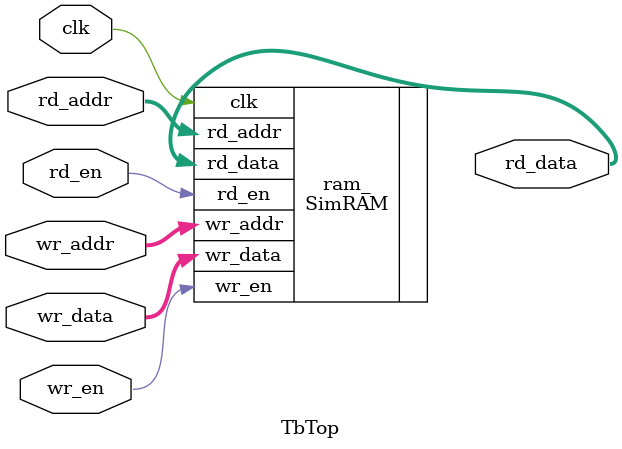
<source format=sv>
/* Verilog TB top module.
 *
 * Copyright Igor Lesik 2020.
 *
 * External C-TB drives the inputs and checks the outputs.
 */
module TbTop #(
    localparam ADDR_WIDTH = 6,
    localparam DATA_SIZE  = 4,
    localparam DATA_WIDTH = 8*DATA_SIZE
)(
    input wire                  clk,
    input wire                  rd_en,
    input wire [ADDR_WIDTH-1:0] rd_addr,
    output reg [DATA_WIDTH-1:0] rd_data,
    input wire                  wr_en,
    input wire [ADDR_WIDTH-1:0] wr_addr,
    input reg  [DATA_WIDTH-1:0] wr_data
);

    SimRAM#(.DATA_SIZE(DATA_SIZE), .ADDR_WIDTH(ADDR_WIDTH))
        ram_(.clk(clk),
             .rd_en(rd_en), .rd_addr(rd_addr), .rd_data(rd_data),
             .wr_en(wr_en), .wr_addr(wr_addr), .wr_data(wr_data)
    );

endmodule: TbTop

</source>
